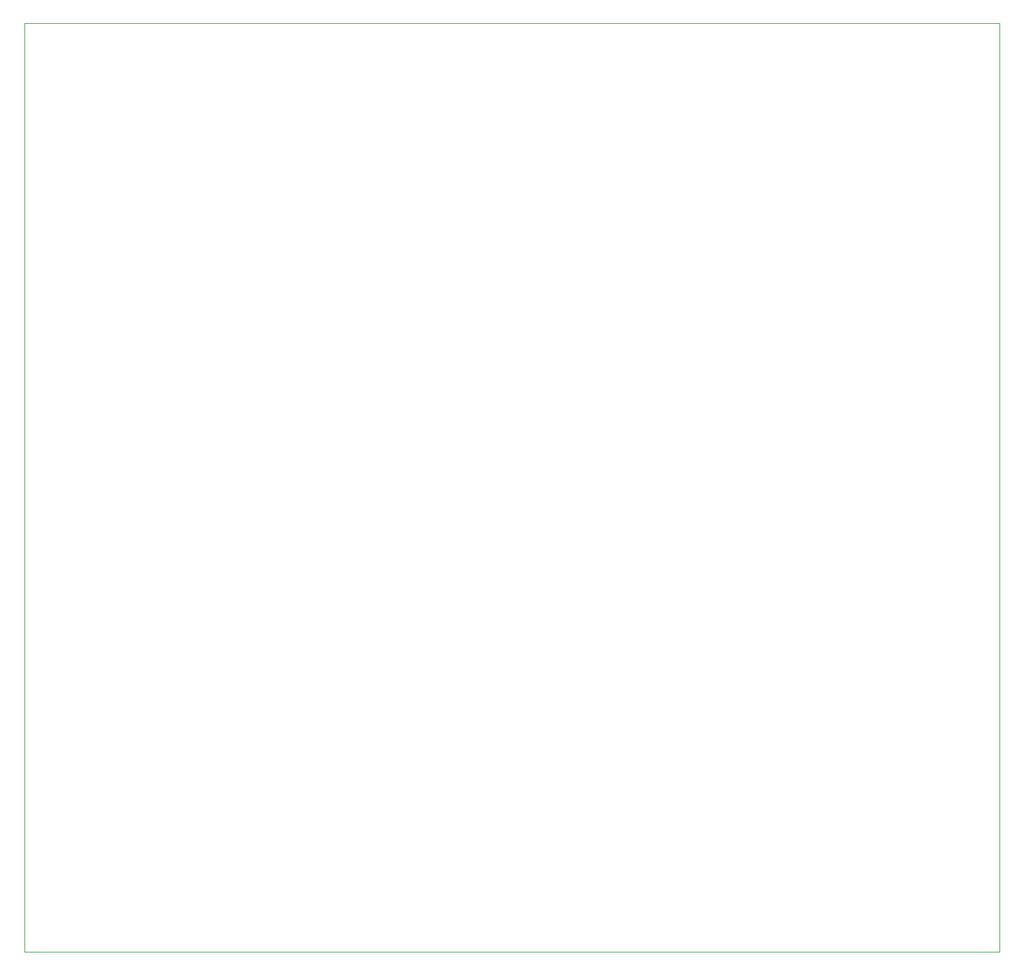
<source format=gm1>
G04 #@! TF.GenerationSoftware,KiCad,Pcbnew,(5.1.5)-3*
G04 #@! TF.CreationDate,2020-08-22T16:36:48+02:00*
G04 #@! TF.ProjectId,AR20_PDM_v1,41523230-5f50-4444-9d5f-76312e6b6963,rev?*
G04 #@! TF.SameCoordinates,Original*
G04 #@! TF.FileFunction,Profile,NP*
%FSLAX46Y46*%
G04 Gerber Fmt 4.6, Leading zero omitted, Abs format (unit mm)*
G04 Created by KiCad (PCBNEW (5.1.5)-3) date 2020-08-22 16:36:48*
%MOMM*%
%LPD*%
G04 APERTURE LIST*
%ADD10C,0.050000*%
G04 APERTURE END LIST*
D10*
X161857400Y-26337000D02*
X33857000Y-26337000D01*
X33857000Y-148336000D02*
X33857000Y-26337000D01*
X161857400Y-148336000D02*
X33857000Y-148336000D01*
X161857400Y-148336000D02*
X161857400Y-26337000D01*
M02*

</source>
